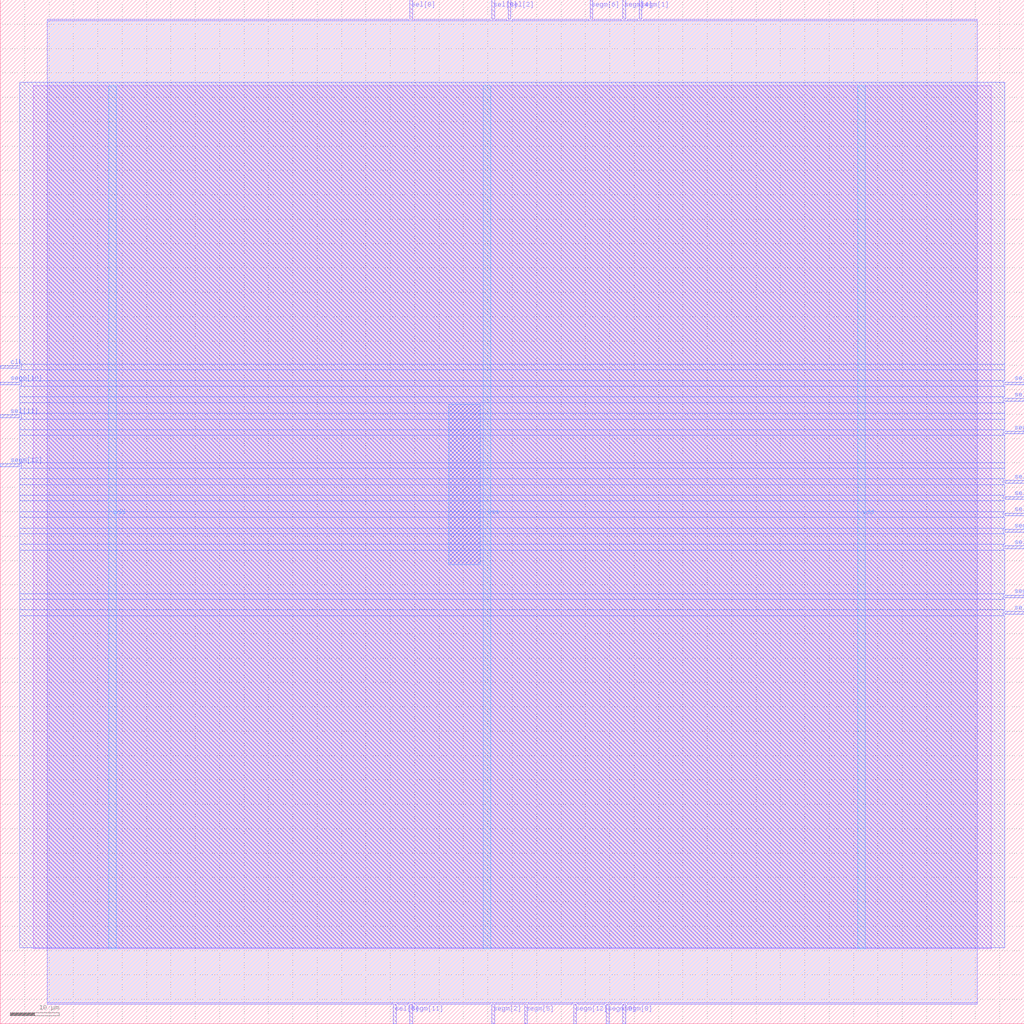
<source format=lef>
VERSION 5.7 ;
  NOWIREEXTENSIONATPIN ON ;
  DIVIDERCHAR "/" ;
  BUSBITCHARS "[]" ;
MACRO ita52
  CLASS BLOCK ;
  FOREIGN ita52 ;
  ORIGIN 0.000 0.000 ;
  SIZE 210.000 BY 210.000 ;
  PIN clk
    DIRECTION INPUT ;
    USE SIGNAL ;
    ANTENNAGATEAREA 4.738000 ;
    ANTENNADIFFAREA 0.410400 ;
    PORT
      LAYER Metal3 ;
        RECT 0.000 134.400 4.000 134.960 ;
    END
  END clk
  PIN segm[0]
    DIRECTION OUTPUT TRISTATE ;
    USE SIGNAL ;
    ANTENNADIFFAREA 4.731200 ;
    PORT
      LAYER Metal3 ;
        RECT 206.000 100.800 210.000 101.360 ;
    END
  END segm[0]
  PIN segm[10]
    DIRECTION OUTPUT TRISTATE ;
    USE SIGNAL ;
    ANTENNADIFFAREA 4.731200 ;
    PORT
      LAYER Metal3 ;
        RECT 0.000 131.040 4.000 131.600 ;
    END
  END segm[10]
  PIN segm[11]
    DIRECTION OUTPUT TRISTATE ;
    USE SIGNAL ;
    ANTENNADIFFAREA 4.731200 ;
    PORT
      LAYER Metal2 ;
        RECT 84.000 0.000 84.560 4.000 ;
    END
  END segm[11]
  PIN segm[12]
    DIRECTION OUTPUT TRISTATE ;
    USE SIGNAL ;
    ANTENNADIFFAREA 4.731200 ;
    PORT
      LAYER Metal2 ;
        RECT 117.600 0.000 118.160 4.000 ;
    END
  END segm[12]
  PIN segm[13]
    DIRECTION OUTPUT TRISTATE ;
    USE SIGNAL ;
    ANTENNADIFFAREA 4.731200 ;
    PORT
      LAYER Metal3 ;
        RECT 0.000 114.240 4.000 114.800 ;
    END
  END segm[13]
  PIN segm[1]
    DIRECTION OUTPUT TRISTATE ;
    USE SIGNAL ;
    ANTENNADIFFAREA 4.731200 ;
    PORT
      LAYER Metal2 ;
        RECT 131.040 206.000 131.600 210.000 ;
    END
  END segm[1]
  PIN segm[2]
    DIRECTION OUTPUT TRISTATE ;
    USE SIGNAL ;
    ANTENNADIFFAREA 4.731200 ;
    PORT
      LAYER Metal2 ;
        RECT 100.800 0.000 101.360 4.000 ;
    END
  END segm[2]
  PIN segm[3]
    DIRECTION OUTPUT TRISTATE ;
    USE SIGNAL ;
    ANTENNADIFFAREA 4.731200 ;
    PORT
      LAYER Metal3 ;
        RECT 206.000 120.960 210.000 121.520 ;
    END
  END segm[3]
  PIN segm[4]
    DIRECTION OUTPUT TRISTATE ;
    USE SIGNAL ;
    ANTENNADIFFAREA 4.731200 ;
    PORT
      LAYER Metal2 ;
        RECT 127.680 206.000 128.240 210.000 ;
    END
  END segm[4]
  PIN segm[5]
    DIRECTION OUTPUT TRISTATE ;
    USE SIGNAL ;
    ANTENNADIFFAREA 4.731200 ;
    PORT
      LAYER Metal2 ;
        RECT 107.520 0.000 108.080 4.000 ;
    END
  END segm[5]
  PIN segm[6]
    DIRECTION OUTPUT TRISTATE ;
    USE SIGNAL ;
    ANTENNADIFFAREA 4.731200 ;
    PORT
      LAYER Metal2 ;
        RECT 120.960 206.000 121.520 210.000 ;
    END
  END segm[6]
  PIN segm[7]
    DIRECTION OUTPUT TRISTATE ;
    USE SIGNAL ;
    ANTENNADIFFAREA 4.731200 ;
    PORT
      LAYER Metal3 ;
        RECT 206.000 87.360 210.000 87.920 ;
    END
  END segm[7]
  PIN segm[8]
    DIRECTION OUTPUT TRISTATE ;
    USE SIGNAL ;
    ANTENNADIFFAREA 4.731200 ;
    PORT
      LAYER Metal2 ;
        RECT 127.680 0.000 128.240 4.000 ;
    END
  END segm[8]
  PIN segm[9]
    DIRECTION OUTPUT TRISTATE ;
    USE SIGNAL ;
    ANTENNADIFFAREA 4.731200 ;
    PORT
      LAYER Metal2 ;
        RECT 124.320 0.000 124.880 4.000 ;
    END
  END segm[9]
  PIN sel[0]
    DIRECTION OUTPUT TRISTATE ;
    USE SIGNAL ;
    ANTENNADIFFAREA 4.731200 ;
    PORT
      LAYER Metal2 ;
        RECT 100.800 206.000 101.360 210.000 ;
    END
  END sel[0]
  PIN sel[10]
    DIRECTION OUTPUT TRISTATE ;
    USE SIGNAL ;
    ANTENNADIFFAREA 4.731200 ;
    PORT
      LAYER Metal3 ;
        RECT 206.000 97.440 210.000 98.000 ;
    END
  END sel[10]
  PIN sel[11]
    DIRECTION OUTPUT TRISTATE ;
    USE SIGNAL ;
    ANTENNADIFFAREA 4.731200 ;
    PORT
      LAYER Metal3 ;
        RECT 0.000 124.320 4.000 124.880 ;
    END
  END sel[11]
  PIN sel[1]
    DIRECTION OUTPUT TRISTATE ;
    USE SIGNAL ;
    ANTENNADIFFAREA 4.731200 ;
    PORT
      LAYER Metal3 ;
        RECT 206.000 110.880 210.000 111.440 ;
    END
  END sel[1]
  PIN sel[2]
    DIRECTION OUTPUT TRISTATE ;
    USE SIGNAL ;
    ANTENNADIFFAREA 4.731200 ;
    PORT
      LAYER Metal2 ;
        RECT 104.160 206.000 104.720 210.000 ;
    END
  END sel[2]
  PIN sel[3]
    DIRECTION OUTPUT TRISTATE ;
    USE SIGNAL ;
    ANTENNADIFFAREA 4.731200 ;
    PORT
      LAYER Metal3 ;
        RECT 206.000 127.680 210.000 128.240 ;
    END
  END sel[3]
  PIN sel[4]
    DIRECTION OUTPUT TRISTATE ;
    USE SIGNAL ;
    ANTENNADIFFAREA 4.731200 ;
    PORT
      LAYER Metal3 ;
        RECT 206.000 131.040 210.000 131.600 ;
    END
  END sel[4]
  PIN sel[5]
    DIRECTION OUTPUT TRISTATE ;
    USE SIGNAL ;
    ANTENNADIFFAREA 4.731200 ;
    PORT
      LAYER Metal2 ;
        RECT 80.640 0.000 81.200 4.000 ;
    END
  END sel[5]
  PIN sel[6]
    DIRECTION OUTPUT TRISTATE ;
    USE SIGNAL ;
    ANTENNADIFFAREA 4.731200 ;
    PORT
      LAYER Metal3 ;
        RECT 206.000 84.000 210.000 84.560 ;
    END
  END sel[6]
  PIN sel[7]
    DIRECTION OUTPUT TRISTATE ;
    USE SIGNAL ;
    ANTENNADIFFAREA 4.731200 ;
    PORT
      LAYER Metal3 ;
        RECT 206.000 104.160 210.000 104.720 ;
    END
  END sel[7]
  PIN sel[8]
    DIRECTION OUTPUT TRISTATE ;
    USE SIGNAL ;
    ANTENNADIFFAREA 4.731200 ;
    PORT
      LAYER Metal2 ;
        RECT 84.000 206.000 84.560 210.000 ;
    END
  END sel[8]
  PIN sel[9]
    DIRECTION OUTPUT TRISTATE ;
    USE SIGNAL ;
    ANTENNADIFFAREA 4.731200 ;
    PORT
      LAYER Metal3 ;
        RECT 206.000 107.520 210.000 108.080 ;
    END
  END sel[9]
  PIN vdd
    DIRECTION INOUT ;
    USE POWER ;
    PORT
      LAYER Metal4 ;
        RECT 22.240 15.380 23.840 192.380 ;
    END
    PORT
      LAYER Metal4 ;
        RECT 175.840 15.380 177.440 192.380 ;
    END
  END vdd
  PIN vss
    DIRECTION INOUT ;
    USE GROUND ;
    PORT
      LAYER Metal4 ;
        RECT 99.040 15.380 100.640 192.380 ;
    END
  END vss
  OBS
      LAYER Metal1 ;
        RECT 6.720 15.380 203.280 192.380 ;
      LAYER Metal2 ;
        RECT 9.660 205.700 83.700 206.000 ;
        RECT 84.860 205.700 100.500 206.000 ;
        RECT 101.660 205.700 103.860 206.000 ;
        RECT 105.020 205.700 120.660 206.000 ;
        RECT 121.820 205.700 127.380 206.000 ;
        RECT 128.540 205.700 130.740 206.000 ;
        RECT 131.900 205.700 200.340 206.000 ;
        RECT 9.660 4.300 200.340 205.700 ;
        RECT 9.660 4.000 80.340 4.300 ;
        RECT 81.500 4.000 83.700 4.300 ;
        RECT 84.860 4.000 100.500 4.300 ;
        RECT 101.660 4.000 107.220 4.300 ;
        RECT 108.380 4.000 117.300 4.300 ;
        RECT 118.460 4.000 124.020 4.300 ;
        RECT 125.180 4.000 127.380 4.300 ;
        RECT 128.540 4.000 200.340 4.300 ;
      LAYER Metal3 ;
        RECT 4.000 135.260 206.000 193.060 ;
        RECT 4.300 134.100 206.000 135.260 ;
        RECT 4.000 131.900 206.000 134.100 ;
        RECT 4.300 130.740 205.700 131.900 ;
        RECT 4.000 128.540 206.000 130.740 ;
        RECT 4.000 127.380 205.700 128.540 ;
        RECT 4.000 125.180 206.000 127.380 ;
        RECT 4.300 124.020 206.000 125.180 ;
        RECT 4.000 121.820 206.000 124.020 ;
        RECT 4.000 120.660 205.700 121.820 ;
        RECT 4.000 115.100 206.000 120.660 ;
        RECT 4.300 113.940 206.000 115.100 ;
        RECT 4.000 111.740 206.000 113.940 ;
        RECT 4.000 110.580 205.700 111.740 ;
        RECT 4.000 108.380 206.000 110.580 ;
        RECT 4.000 107.220 205.700 108.380 ;
        RECT 4.000 105.020 206.000 107.220 ;
        RECT 4.000 103.860 205.700 105.020 ;
        RECT 4.000 101.660 206.000 103.860 ;
        RECT 4.000 100.500 205.700 101.660 ;
        RECT 4.000 98.300 206.000 100.500 ;
        RECT 4.000 97.140 205.700 98.300 ;
        RECT 4.000 88.220 206.000 97.140 ;
        RECT 4.000 87.060 205.700 88.220 ;
        RECT 4.000 84.860 206.000 87.060 ;
        RECT 4.000 83.700 205.700 84.860 ;
        RECT 4.000 15.540 206.000 83.700 ;
      LAYER Metal4 ;
        RECT 91.980 94.170 98.420 127.030 ;
  END
END ita52
END LIBRARY


</source>
